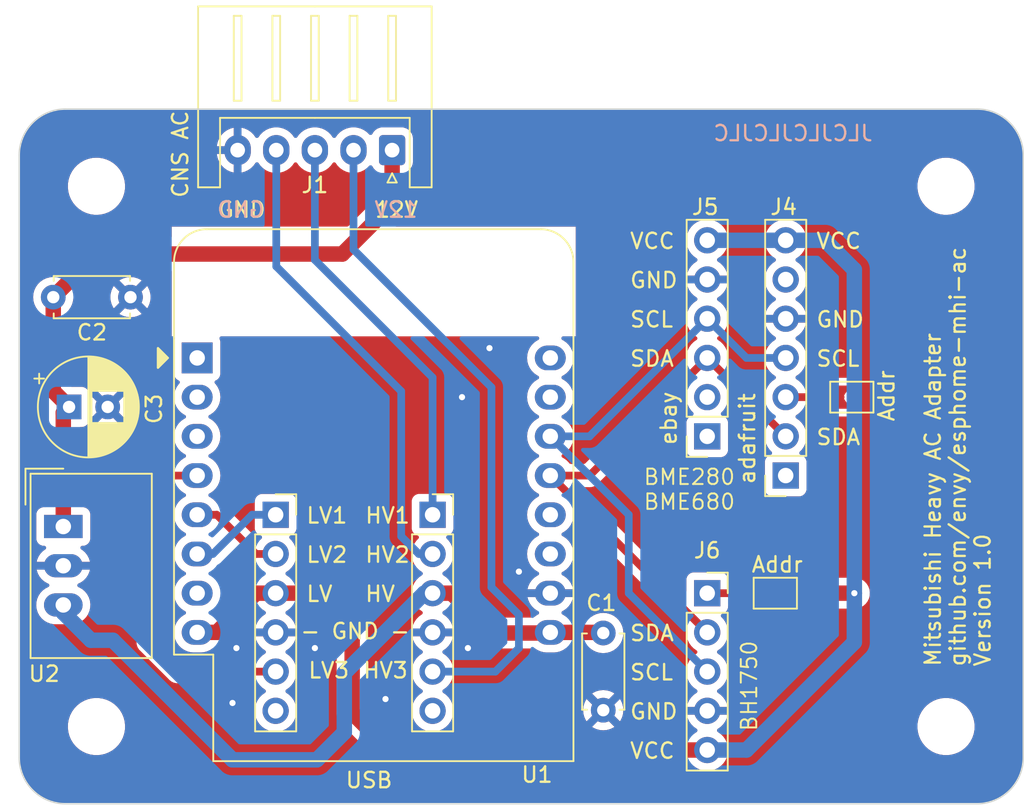
<source format=kicad_pcb>
(kicad_pcb (version 20221018) (generator pcbnew)
  (layers (0 "F.Cu" signal) (31 "B.Cu" signal) (34 "B.Paste" user) (35 "F.Paste" user) (36 "B.SilkS" user "B.Silkscreen") (37 "F.SilkS" user "F.Silkscreen") (38 "B.Mask" user) (39 "F.Mask" user) (44 "Edge.Cuts" user))
  (net 0 "")
  (net 1 "GND")
  (net 2 "+5V")
  (net 3 "+12V")
  (net 4 "HV2")
  (net 5 "HV1")
  (net 6 "HV3")
  (net 7 "LV1")
  (net 8 "LV2")
  (net 9 "+3.3V")
  (net 10 "LV3")
  (net 21 "SDA")
  (net 22 "SCL")
  (net 26 "Net-(J4-Pin_3)")
  (net 28 "Net-(J6-Pin_1)")
  (footprint "Capacitor_THT:CP_Radial_D6.3mm_P2.50mm" (layer "F.Cu") (at 88.225621 74.295)
    (fp_text reference "C3" (at 5.500379 0.127 90) (layer "F.SilkS"))
    (fp_text value "22µ/25V")
    (fp_line (start -2.250241 -1.839) (end -1.620241 -1.839) (stroke (width 0.12)) (layer "F.SilkS"))
    (fp_line (start -1.935241 -2.154) (end -1.935241 -1.524) (stroke (width 0.12)) (layer "F.SilkS"))
    (fp_line (start 1.25 -3.23) (end 1.25 3.23) (stroke (width 0.12)) (layer "F.SilkS"))
    (fp_line (start 1.29 -3.23) (end 1.29 3.23) (stroke (width 0.12)) (layer "F.SilkS"))
    (fp_line (start 1.33 -3.23) (end 1.33 3.23) (stroke (width 0.12)) (layer "F.SilkS"))
    (fp_line (start 1.37 -3.228) (end 1.37 3.228) (stroke (width 0.12)) (layer "F.SilkS"))
    (fp_line (start 1.41 -3.227) (end 1.41 3.227) (stroke (width 0.12)) (layer "F.SilkS"))
    (fp_line (start 1.45 -3.224) (end 1.45 3.224) (stroke (width 0.12)) (layer "F.SilkS"))
    (fp_line (start 1.49 -3.222) (end 1.49 -1.04) (stroke (width 0.12)) (layer "F.SilkS"))
    (fp_line (start 1.49 1.04) (end 1.49 3.222) (stroke (width 0.12)) (layer "F.SilkS"))
    (fp_line (start 1.53 -3.218) (end 1.53 -1.04) (stroke (width 0.12)) (layer "F.SilkS"))
    (fp_line (start 1.53 1.04) (end 1.53 3.218) (stroke (width 0.12)) (layer "F.SilkS"))
    (fp_line (start 1.57 -3.215) (end 1.57 -1.04) (stroke (width 0.12)) (layer "F.SilkS"))
    (fp_line (start 1.57 1.04) (end 1.57 3.215) (stroke (width 0.12)) (layer "F.SilkS"))
    (fp_line (start 1.61 -3.211) (end 1.61 -1.04) (stroke (width 0.12)) (layer "F.SilkS"))
    (fp_line (start 1.61 1.04) (end 1.61 3.211) (stroke (width 0.12)) (layer "F.SilkS"))
    (fp_line (start 1.65 -3.206) (end 1.65 -1.04) (stroke (width 0.12)) (layer "F.SilkS"))
    (fp_line (start 1.65 1.04) (end 1.65 3.206) (stroke (width 0.12)) (layer "F.SilkS"))
    (fp_line (start 1.69 -3.201) (end 1.69 -1.04) (stroke (width 0.12)) (layer "F.SilkS"))
    (fp_line (start 1.69 1.04) (end 1.69 3.201) (stroke (width 0.12)) (layer "F.SilkS"))
    (fp_line (start 1.73 -3.195) (end 1.73 -1.04) (stroke (width 0.12)) (layer "F.SilkS"))
    (fp_line (start 1.73 1.04) (end 1.73 3.195) (stroke (width 0.12)) (layer "F.SilkS"))
    (fp_line (start 1.77 -3.189) (end 1.77 -1.04) (stroke (width 0.12)) (layer "F.SilkS"))
    (fp_line (start 1.77 1.04) (end 1.77 3.189) (stroke (width 0.12)) (layer "F.SilkS"))
    (fp_line (start 1.81 -3.182) (end 1.81 -1.04) (stroke (width 0.12)) (layer "F.SilkS"))
    (fp_line (start 1.81 1.04) (end 1.81 3.182) (stroke (width 0.12)) (layer "F.SilkS"))
    (fp_line (start 1.85 -3.175) (end 1.85 -1.04) (stroke (width 0.12)) (layer "F.SilkS"))
    (fp_line (start 1.85 1.04) (end 1.85 3.175) (stroke (width 0.12)) (layer "F.SilkS"))
    (fp_line (start 1.89 -3.167) (end 1.89 -1.04) (stroke (width 0.12)) (layer "F.SilkS"))
    (fp_line (start 1.89 1.04) (end 1.89 3.167) (stroke (width 0.12)) (layer "F.SilkS"))
    (fp_line (start 1.93 -3.159) (end 1.93 -1.04) (stroke (width 0.12)) (layer "F.SilkS"))
    (fp_line (start 1.93 1.04) (end 1.93 3.159) (stroke (width 0.12)) (layer "F.SilkS"))
    (fp_line (start 1.971 -3.15) (end 1.971 -1.04) (stroke (width 0.12)) (layer "F.SilkS"))
    (fp_line (start 1.971 1.04) (end 1.971 3.15) (stroke (width 0.12)) (layer "F.SilkS"))
    (fp_line (start 2.011 -3.141) (end 2.011 -1.04) (stroke (width 0.12)) (layer "F.SilkS"))
    (fp_line (start 2.011 1.04) (end 2.011 3.141) (stroke (width 0.12)) (layer "F.SilkS"))
    (fp_line (start 2.051 -3.131) (end 2.051 -1.04) (stroke (width 0.12)) (layer "F.SilkS"))
    (fp_line (start 2.051 1.04) (end 2.051 3.131) (stroke (width 0.12)) (layer "F.SilkS"))
    (fp_line (start 2.091 -3.121) (end 2.091 -1.04) (stroke (width 0.12)) (layer "F.SilkS"))
    (fp_line (start 2.091 1.04) (end 2.091 3.121) (stroke (width 0.12)) (layer "F.SilkS"))
    (fp_line (start 2.131 -3.11) (end 2.131 -1.04) (stroke (width 0.12)) (layer "F.SilkS"))
    (fp_line (start 2.131 1.04) (end 2.131 3.11) (stroke (width 0.12)) (layer "F.SilkS"))
    (fp_line (start 2.171 -3.098) (end 2.171 -1.04) (stroke (width 0.12)) (layer "F.SilkS"))
    (fp_line (start 2.171 1.04) (end 2.171 3.098) (stroke (width 0.12)) (layer "F.SilkS"))
    (fp_line (start 2.211 -3.086) (end 2.211 -1.04) (stroke (width 0.12)) (layer "F.SilkS"))
    (fp_line (start 2.211 1.04) (end 2.211 3.086) (stroke (width 0.12)) (layer "F.SilkS"))
    (fp_line (start 2.251 -3.074) (end 2.251 -1.04) (stroke (width 0.12)) (layer "F.SilkS"))
    (fp_line (start 2.251 1.04) (end 2.251 3.074) (stroke (width 0.12)) (layer "F.SilkS"))
    (fp_line (start 2.291 -3.061) (end 2.291 -1.04) (stroke (width 0.12)) (layer "F.SilkS"))
    (fp_line (start 2.291 1.04) (end 2.291 3.061) (stroke (width 0.12)) (layer "F.SilkS"))
    (fp_line (start 2.331 -3.047) (end 2.331 -1.04) (stroke (width 0.12)) (layer "F.SilkS"))
    (fp_line (start 2.331 1.04) (end 2.331 3.047) (stroke (width 0.12)) (layer "F.SilkS"))
    (fp_line (start 2.371 -3.033) (end 2.371 -1.04) (stroke (width 0.12)) (layer "F.SilkS"))
    (fp_line (start 2.371 1.04) (end 2.371 3.033) (stroke (width 0.12)) (layer "F.SilkS"))
    (fp_line (start 2.411 -3.018) (end 2.411 -1.04) (stroke (width 0.12)) (layer "F.SilkS"))
    (fp_line (start 2.411 1.04) (end 2.411 3.018) (stroke (width 0.12)) (layer "F.SilkS"))
    (fp_line (start 2.451 -3.002) (end 2.451 -1.04) (stroke (width 0.12)) (layer "F.SilkS"))
    (fp_line (start 2.451 1.04) (end 2.451 3.002) (stroke (width 0.12)) (layer "F.SilkS"))
    (fp_line (start 2.491 -2.986) (end 2.491 -1.04) (stroke (width 0.12)) (layer "F.SilkS"))
    (fp_line (start 2.491 1.04) (end 2.491 2.986) (stroke (width 0.12)) (layer "F.SilkS"))
    (fp_line (start 2.531 -2.97) (end 2.531 -1.04) (stroke (width 0.12)) (layer "F.SilkS"))
    (fp_line (start 2.531 1.04) (end 2.531 2.97) (stroke (width 0.12)) (layer "F.SilkS"))
    (fp_line (start 2.571 -2.952) (end 2.571 -1.04) (stroke (width 0.12)) (layer "F.SilkS"))
    (fp_line (start 2.571 1.04) (end 2.571 2.952) (stroke (width 0.12)) (layer "F.SilkS"))
    (fp_line (start 2.611 -2.934) (end 2.611 -1.04) (stroke (width 0.12)) (layer "F.SilkS"))
    (fp_line (start 2.611 1.04) (end 2.611 2.934) (stroke (width 0.12)) (layer "F.SilkS"))
    (fp_line (start 2.651 -2.916) (end 2.651 -1.04) (stroke (width 0.12)) (layer "F.SilkS"))
    (fp_line (start 2.651 1.04) (end 2.651 2.916) (stroke (width 0.12)) (layer "F.SilkS"))
    (fp_line (start 2.691 -2.896) (end 2.691 -1.04) (stroke (width 0.12)) (layer "F.SilkS"))
    (fp_line (start 2.691 1.04) (end 2.691 2.896) (stroke (width 0.12)) (layer "F.SilkS"))
    (fp_line (start 2.731 -2.876) (end 2.731 -1.04) (stroke (width 0.12)) (layer "F.SilkS"))
    (fp_line (start 2.731 1.04) (end 2.731 2.876) (stroke (width 0.12)) (layer "F.SilkS"))
    (fp_line (start 2.771 -2.856) (end 2.771 -1.04) (stroke (width 0.12)) (layer "F.SilkS"))
    (fp_line (start 2.771 1.04) (end 2.771 2.856) (stroke (width 0.12)) (layer "F.SilkS"))
    (fp_line (start 2.811 -2.834) (end 2.811 -1.04) (stroke (width 0.12)) (layer "F.SilkS"))
    (fp_line (start 2.811 1.04) (end 2.811 2.834) (stroke (width 0.12)) (layer "F.SilkS"))
    (fp_line (start 2.851 -2.812) (end 2.851 -1.04) (stroke (width 0.12)) (layer "F.SilkS"))
    (fp_line (start 2.851 1.04) (end 2.851 2.812) (stroke (width 0.12)) (layer "F.SilkS"))
    (fp_line (start 2.891 -2.79) (end 2.891 -1.04) (stroke (width 0.12)) (layer "F.SilkS"))
    (fp_line (start 2.891 1.04) (end 2.891 2.79) (stroke (width 0.12)) (layer "F.SilkS"))
    (fp_line (start 2.931 -2.766) (end 2.931 -1.04) (stroke (width 0.12)) (layer "F.SilkS"))
    (fp_line (start 2.931 1.04) (end 2.931 2.766) (stroke (width 0.12)) (layer "F.SilkS"))
    (fp_line (start 2.971 -2.742) (end 2.971 -1.04) (stroke (width 0.12)) (layer "F.SilkS"))
    (fp_line (start 2.971 1.04) (end 2.971 2.742) (stroke (width 0.12)) (layer "F.SilkS"))
    (fp_line (start 3.011 -2.716) (end 3.011 -1.04) (stroke (width 0.12)) (layer "F.SilkS"))
    (fp_line (start 3.011 1.04) (end 3.011 2.716) (stroke (width 0.12)) (layer "F.SilkS"))
    (fp_line (start 3.051 -2.69) (end 3.051 -1.04) (stroke (width 0.12)) (layer "F.SilkS"))
    (fp_line (start 3.051 1.04) (end 3.051 2.69) (stroke (width 0.12)) (layer "F.SilkS"))
    (fp_line (start 3.091 -2.664) (end 3.091 -1.04) (stroke (width 0.12)) (layer "F.SilkS"))
    (fp_line (start 3.091 1.04) (end 3.091 2.664) (stroke (width 0.12)) (layer "F.SilkS"))
    (fp_line (start 3.131 -2.636) (end 3.131 -1.04) (stroke (width 0.12)) (layer "F.SilkS"))
    (fp_line (start 3.131 1.04) (end 3.131 2.636) (stroke (width 0.12)) (layer "F.SilkS"))
    (fp_line (start 3.171 -2.607) (end 3.171 -1.04) (stroke (width 0.12)) (layer "F.SilkS"))
    (fp_line (start 3.171 1.04) (end 3.171 2.607) (stroke (width 0.12)) (layer "F.SilkS"))
    (fp_line (start 3.211 -2.578) (end 3.211 -1.04) (stroke (width 0.12)) (layer "F.SilkS"))
    (fp_line (start 3.211 1.04) (end 3.211 2.578) (stroke (width 0.12)) (layer "F.SilkS"))
    (fp_line (start 3.251 -2.548) (end 3.251 -1.04) (stroke (width 0.12)) (layer "F.SilkS"))
    (fp_line (start 3.251 1.04) (end 3.251 2.548) (stroke (width 0.12)) (layer "F.SilkS"))
    (fp_line (start 3.291 -2.516) (end 3.291 -1.04) (stroke (width 0.12)) (layer "F.SilkS"))
    (fp_line (start 3.291 1.04) (end 3.291 2.516) (stroke (width 0.12)) (layer "F.SilkS"))
    (fp_line (start 3.331 -2.484) (end 3.331 -1.04) (stroke (width 0.12)) (layer "F.SilkS"))
    (fp_line (start 3.331 1.04) (end 3.331 2.484) (stroke (width 0.12)) (layer "F.SilkS"))
    (fp_line (start 3.371 -2.45) (end 3.371 -1.04) (stroke (width 0.12)) (layer "F.SilkS"))
    (fp_line (start 3.371 1.04) (end 3.371 2.45) (stroke (width 0.12)) (layer "F.SilkS"))
    (fp_line (start 3.411 -2.416) (end 3.411 -1.04) (stroke (width 0.12)) (layer "F.SilkS"))
    (fp_line (start 3.411 1.04) (end 3.411 2.416) (stroke (width 0.12)) (layer "F.SilkS"))
    (fp_line (start 3.451 -2.38) (end 3.451 -1.04) (stroke (width 0.12)) (layer "F.SilkS"))
    (fp_line (start 3.451 1.04) (end 3.451 2.38) (stroke (width 0.12)) (layer "F.SilkS"))
    (fp_line (start 3.491 -2.343) (end 3.491 -1.04) (stroke (width 0.12)) (layer "F.SilkS"))
    (fp_line (start 3.491 1.04) (end 3.491 2.343) (stroke (width 0.12)) (layer "F.SilkS"))
    (fp_line (start 3.531 -2.305) (end 3.531 -1.04) (stroke (width 0.12)) (layer "F.SilkS"))
    (fp_line (start 3.531 1.04) (end 3.531 2.305) (stroke (width 0.12)) (layer "F.SilkS"))
    (fp_line (start 3.571 -2.265) (end 3.571 2.265) (stroke (width 0.12)) (layer "F.SilkS"))
    (fp_line (start 3.611 -2.224) (end 3.611 2.224) (stroke (width 0.12)) (layer "F.SilkS"))
    (fp_line (start 3.651 -2.182) (end 3.651 2.182) (stroke (width 0.12)) (layer "F.SilkS"))
    (fp_line (start 3.691 -2.137) (end 3.691 2.137) (stroke (width 0.12)) (layer "F.SilkS"))
    (fp_line (start 3.731 -2.092) (end 3.731 2.092) (stroke (width 0.12)) (layer "F.SilkS"))
    (fp_line (start 3.771 -2.044) (end 3.771 2.044) (stroke (width 0.12)) (layer "F.SilkS"))
    (fp_line (start 3.811 -1.995) (end 3.811 1.995) (stroke (width 0.12)) (layer "F.SilkS"))
    (fp_line (start 3.851 -1.944) (end 3.851 1.944) (stroke (width 0.12)) (layer "F.SilkS"))
    (fp_line (start 3.891 -1.89) (end 3.891 1.89) (stroke (width 0.12)) (layer "F.SilkS"))
    (fp_line (start 3.931 -1.834) (end 3.931 1.834) (stroke (width 0.12)) (layer "F.SilkS"))
    (fp_line (start 3.971 -1.776) (end 3.971 1.776) (stroke (width 0.12)) (layer "F.SilkS"))
    (fp_line (start 4.011 -1.714) (end 4.011 1.714) (stroke (width 0.12)) (layer "F.SilkS"))
    (fp_line (start 4.051 -1.65) (end 4.051 1.65) (stroke (width 0.12)) (layer "F.SilkS"))
    (fp_line (start 4.091 -1.581) (end 4.091 1.581) (stroke (width 0.12)) (layer "F.SilkS"))
    (fp_line (start 4.131 -1.509) (end 4.131 1.509) (stroke (width 0.12)) (layer "F.SilkS"))
    (fp_line (start 4.171 -1.432) (end 4.171 1.432) (stroke (width 0.12)) (layer "F.SilkS"))
    (fp_line (start 4.211 -1.35) (end 4.211 1.35) (stroke (width 0.12)) (layer "F.SilkS"))
    (fp_line (start 4.251 -1.262) (end 4.251 1.262) (stroke (width 0.12)) (layer "F.SilkS"))
    (fp_line (start 4.291 -1.165) (end 4.291 1.165) (stroke (width 0.12)) (layer "F.SilkS"))
    (fp_line (start 4.331 -1.059) (end 4.331 1.059) (stroke (width 0.12)) (layer "F.SilkS"))
    (fp_line (start 4.371 -0.94) (end 4.371 0.94) (stroke (width 0.12)) (layer "F.SilkS"))
    (fp_line (start 4.411 -0.802) (end 4.411 0.802) (stroke (width 0.12)) (layer "F.SilkS"))
    (fp_line (start 4.451 -0.633) (end 4.451 0.633) (stroke (width 0.12)) (layer "F.SilkS"))
    (fp_line (start 4.491 -0.402) (end 4.491 0.402) (stroke (width 0.12)) (layer "F.SilkS"))
    (fp_circle (center 1.25 0) (end 4.52 0) (stroke (width 0.12)) (fill none) (layer "F.SilkS"))
    (pad "1" thru_hole rect (at 0 0) (size 1.6 1.6) (drill 0.8) (layers "*.Cu" "*.Mask") (net 3 "+12V"))
    (pad "2" thru_hole circle (at 2.5 0) (size 1.6 1.6) (drill 0.8) (layers "*.Cu" "*.Mask") (net 1 "GND"))
  )
  (footprint "Connector_PinSocket_2.54mm:PinSocket_1x06_P2.54mm_Vertical" (layer "F.Cu") (at 111.76 81.28)
    (fp_text reference "J2" hide)
    (fp_text value "LS-HV")
    (fp_line (start -1.33 1.27) (end -1.33 14.03) (stroke (width 0.12)) (layer "F.SilkS"))
    (fp_line (start -1.33 1.27) (end 1.33 1.27) (stroke (width 0.12)) (layer "F.SilkS"))
    (fp_line (start -1.33 14.03) (end 1.33 14.03) (stroke (width 0.12)) (layer "F.SilkS"))
    (fp_line (start 0 -1.33) (end 1.33 -1.33) (stroke (width 0.12)) (layer "F.SilkS"))
    (fp_line (start 1.33 -1.33) (end 1.33 0) (stroke (width 0.12)) (layer "F.SilkS"))
    (fp_line (start 1.33 1.27) (end 1.33 14.03) (stroke (width 0.12)) (layer "F.SilkS"))
    (pad "1" thru_hole rect locked (at 0 0) (size 1.7 1.7) (drill 1) (layers "*.Cu" "*.Mask") (net 5 "HV1"))
    (pad "2" thru_hole oval locked (at 0 2.54) (size 1.7 1.7) (drill 1) (layers "*.Cu" "*.Mask") (net 4 "HV2"))
    (pad "3" thru_hole oval locked (at 0 5.08) (size 1.7 1.7) (drill 1) (layers "*.Cu" "*.Mask") (net 2 "+5V"))
    (pad "4" thru_hole oval locked (at 0 7.62) (size 1.7 1.7) (drill 1) (layers "*.Cu" "*.Mask") (net 1 "GND"))
    (pad "5" thru_hole oval locked (at 0 10.16) (size 1.7 1.7) (drill 1) (layers "*.Cu" "*.Mask") (net 6 "HV3"))
    (pad "6" thru_hole oval locked (at 0 12.7) (size 1.7 1.7) (drill 1) (layers "*.Cu" "*.Mask"))
  )
  (footprint "Connector_PinSocket_2.54mm:PinSocket_1x07_P2.54mm_Vertical" (layer "F.Cu") (at 134.62 78.74 180)
    (fp_text reference "J4" (at 0.127 17.399) (layer "F.SilkS"))
    (fp_text value "ADA BMEx80")
    (fp_line (start -1.33 1.27) (end -1.33 16.57) (stroke (width 0.12)) (layer "F.SilkS"))
    (fp_line (start -1.33 1.27) (end 1.33 1.27) (stroke (width 0.12)) (layer "F.SilkS"))
    (fp_line (start -1.33 16.57) (end 1.33 16.57) (stroke (width 0.12)) (layer "F.SilkS"))
    (fp_line (start 0 -1.33) (end 1.33 -1.33) (stroke (width 0.12)) (layer "F.SilkS"))
    (fp_line (start 1.33 -1.33) (end 1.33 0) (stroke (width 0.12)) (layer "F.SilkS"))
    (fp_line (start 1.33 1.27) (end 1.33 16.57) (stroke (width 0.12)) (layer "F.SilkS"))
    (pad "1" thru_hole rect (at 0 0 180) (size 1.7 1.7) (drill 1) (layers "*.Cu" "*.Mask"))
    (pad "2" thru_hole oval (at 0 2.54 180) (size 1.7 1.7) (drill 1) (layers "*.Cu" "*.Mask") (net 21 "SDA"))
    (pad "3" thru_hole oval (at 0 5.08 180) (size 1.7 1.7) (drill 1) (layers "*.Cu" "*.Mask") (net 26 "Net-(J4-Pin_3)"))
    (pad "4" thru_hole oval (at 0 7.62 180) (size 1.7 1.7) (drill 1) (layers "*.Cu" "*.Mask") (net 22 "SCL"))
    (pad "5" thru_hole oval (at 0 10.16 180) (size 1.7 1.7) (drill 1) (layers "*.Cu" "*.Mask") (net 1 "GND"))
    (pad "6" thru_hole oval (at 0 12.7 180) (size 1.7 1.7) (drill 1) (layers "*.Cu" "*.Mask"))
    (pad "7" thru_hole oval (at 0 15.24 180) (size 1.7 1.7) (drill 1) (layers "*.Cu" "*.Mask") (net 9 "+3.3V"))
  )
  (footprint "MountingHole:MountingHole_3.2mm_M3" (layer "F.Cu") (at 145 60)
    (fp_text reference "H1" hide)
    (fp_text value "MountingHole" hide)
    (pad "" np_thru_hole circle (at 0 0) (size 3.2 3.2) (drill 3.2) (layers "*.Cu" "*.Mask"))
  )
  (footprint "Jumper:SolderJumper-2_P1.3mm_Open_TrianglePad1.0x1.5mm" (layer "F.Cu") (at 138.901 73.66 180)
    (fp_text reference "JP1" hide)
    (fp_text value "BME680 ADDR")
    (fp_line (start -1.4 -1) (end 1.4 -1) (stroke (width 0.12)) (layer "F.SilkS"))
    (fp_line (start -1.4 1) (end -1.4 -1) (stroke (width 0.12)) (layer "F.SilkS"))
    (fp_line (start 1.4 -1) (end 1.4 1) (stroke (width 0.12)) (layer "F.SilkS"))
    (fp_line (start 1.4 1) (end -1.4 1) (stroke (width 0.12)) (layer "F.SilkS"))
    (pad "1" smd custom (at -0.725 0 180) (size 0.3 0.3) (layers "F.Cu" "F.Mask") (net 1 "GND") (options (clearance outline) (anchor rect)) (primitives (gr_poly (pts (xy 1 0) (xy 0.5 0.75) (xy -0.5 0.75) (xy -0.5 -0.75) (xy 0.5 -0.75)) (width 0) (fill yes))))
    (pad "2" smd custom (at 0.725 0 180) (size 0.3 0.3) (layers "F.Cu" "F.Mask") (net 26 "Net-(J4-Pin_3)") (options (clearance outline) (anchor rect)) (primitives (gr_poly (pts (xy 0.5 0.75) (xy -0.65 0.75) (xy -0.15 0) (xy -0.65 -0.75) (xy 0.5 -0.75)) (width 0) (fill yes))))
  )
  (footprint "MountingHole:MountingHole_3.2mm_M3" (layer "F.Cu") (at 145 95)
    (fp_text reference "H2" hide)
    (fp_text value "MountingHole" hide)
    (pad "" np_thru_hole circle (at 0 0) (size 3.2 3.2) (drill 3.2) (layers "*.Cu" "*.Mask"))
  )
  (footprint "Connector_PinSocket_2.54mm:PinSocket_1x06_P2.54mm_Vertical" (layer "F.Cu") (at 101.6 81.28)
    (fp_text reference "J3" hide)
    (fp_text value "LS-LV")
    (fp_line (start -1.33 1.27) (end -1.33 14.03) (stroke (width 0.12)) (layer "F.SilkS"))
    (fp_line (start -1.33 1.27) (end 1.33 1.27) (stroke (width 0.12)) (layer "F.SilkS"))
    (fp_line (start -1.33 14.03) (end 1.33 14.03) (stroke (width 0.12)) (layer "F.SilkS"))
    (fp_line (start 0 -1.33) (end 1.33 -1.33) (stroke (width 0.12)) (layer "F.SilkS"))
    (fp_line (start 1.33 -1.33) (end 1.33 0) (stroke (width 0.12)) (layer "F.SilkS"))
    (fp_line (start 1.33 1.27) (end 1.33 14.03) (stroke (width 0.12)) (layer "F.SilkS"))
    (pad "1" thru_hole rect locked (at 0 0) (size 1.7 1.7) (drill 1) (layers "*.Cu" "*.Mask") (net 7 "LV1"))
    (pad "2" thru_hole oval locked (at 0 2.54) (size 1.7 1.7) (drill 1) (layers "*.Cu" "*.Mask") (net 8 "LV2"))
    (pad "3" thru_hole oval locked (at 0 5.08) (size 1.7 1.7) (drill 1) (layers "*.Cu" "*.Mask") (net 9 "+3.3V"))
    (pad "4" thru_hole oval locked (at 0 7.62) (size 1.7 1.7) (drill 1) (layers "*.Cu" "*.Mask") (net 1 "GND"))
    (pad "5" thru_hole oval locked (at 0 10.16) (size 1.7 1.7) (drill 1) (layers "*.Cu" "*.Mask") (net 10 "LV3"))
    (pad "6" thru_hole oval locked (at 0 12.7) (size 1.7 1.7) (drill 1) (layers "*.Cu" "*.Mask"))
  )
  (footprint "Capacitor_THT:C_Disc_D4.7mm_W2.5mm_P5.00mm" (layer "F.Cu") (at 87.202 67.183)
    (fp_text reference "C2" (at 2.5 2.286) (layer "F.SilkS"))
    (fp_text value "100n")
    (fp_line (start 0.03 -1.37) (end 0.03 -1.055) (stroke (width 0.12)) (layer "F.SilkS"))
    (fp_line (start 0.03 -1.37) (end 4.97 -1.37) (stroke (width 0.12)) (layer "F.SilkS"))
    (fp_line (start 0.03 1.055) (end 0.03 1.37) (stroke (width 0.12)) (layer "F.SilkS"))
    (fp_line (start 0.03 1.37) (end 4.97 1.37) (stroke (width 0.12)) (layer "F.SilkS"))
    (fp_line (start 4.97 -1.37) (end 4.97 -1.055) (stroke (width 0.12)) (layer "F.SilkS"))
    (fp_line (start 4.97 1.055) (end 4.97 1.37) (stroke (width 0.12)) (layer "F.SilkS"))
    (pad "1" thru_hole circle (at 0 0) (size 1.6 1.6) (drill 0.8) (layers "*.Cu" "*.Mask") (net 3 "+12V"))
    (pad "2" thru_hole circle (at 5 0) (size 1.6 1.6) (drill 0.8) (layers "*.Cu" "*.Mask") (net 1 "GND"))
  )
  (footprint "Capacitor_THT:C_Disc_D4.7mm_W2.5mm_P5.00mm" (layer "F.Cu") (at 122.809 93.94 90)
    (fp_text reference "C1" (at 6.945 -0.127 180) (layer "F.SilkS"))
    (fp_text value "100n")
    (fp_line (start 0.03 -1.37) (end 0.03 -1.055) (stroke (width 0.12)) (layer "F.SilkS"))
    (fp_line (start 0.03 -1.37) (end 4.97 -1.37) (stroke (width 0.12)) (layer "F.SilkS"))
    (fp_line (start 0.03 1.055) (end 0.03 1.37) (stroke (width 0.12)) (layer "F.SilkS"))
    (fp_line (start 0.03 1.37) (end 4.97 1.37) (stroke (width 0.12)) (layer "F.SilkS"))
    (fp_line (start 4.97 -1.37) (end 4.97 -1.055) (stroke (width 0.12)) (layer "F.SilkS"))
    (fp_line (start 4.97 1.055) (end 4.97 1.37) (stroke (width 0.12)) (layer "F.SilkS"))
    (pad "1" thru_hole circle (at 0 0 90) (size 1.6 1.6) (drill 0.8) (layers "*.Cu" "*.Mask") (net 1 "GND"))
    (pad "2" thru_hole circle (at 5 0 90) (size 1.6 1.6) (drill 0.8) (layers "*.Cu" "*.Mask") (net 2 "+5V"))
  )
  (footprint "Module:WEMOS_D1_mini_light" (layer "F.Cu") (at 96.52 71.12)
    (fp_text reference "U1" (at 22 27) (layer "F.SilkS"))
    (fp_text value "WeMos_D1_mini")
    (fp_line (start -1.5 19.22) (end -1.5 -6.21) (stroke (width 0.12)) (layer "F.SilkS"))
    (fp_line (start -1.5 19.22) (end 1.04 19.22) (stroke (width 0.12)) (layer "F.SilkS"))
    (fp_line (start 1.04 19.22) (end 1.04 26.12) (stroke (width 0.12)) (layer "F.SilkS"))
    (fp_line (start 1.04 26.12) (end 24.36 26.12) (stroke (width 0.12)) (layer "F.SilkS"))
    (fp_line (start 22.24 -8.34) (end 0.63 -8.34) (stroke (width 0.12)) (layer "F.SilkS"))
    (fp_line (start 24.36 26.12) (end 24.36 -6.21) (stroke (width 0.12)) (layer "F.SilkS"))
    (fp_arc (start -1.5 -6.21) (mid -0.876137 -7.716137) (end 0.63 -8.34) (stroke (width 0.12)) (layer "F.SilkS"))
    (fp_arc (start 22.23 -8.34) (mid 23.736137 -7.716137) (end 24.36 -6.21) (stroke (width 0.12)) (layer "F.SilkS"))
    (fp_poly (pts (xy -2.54 -0.635) (xy -2.54 0.635) (xy -1.905 0)) (stroke (width 0.15)) (fill solid) (layer "F.SilkS"))
    (pad "1" thru_hole rect (at 0 0) (size 2 2) (drill 1) (layers "*.Cu" "*.Mask"))
    (pad "2" thru_hole oval (at 0 2.54) (size 2 1.6) (drill 1) (layers "*.Cu" "*.Mask"))
    (pad "3" thru_hole oval (at 0 5.08) (size 2 1.6) (drill 1) (layers "*.Cu" "*.Mask"))
    (pad "4" thru_hole oval (at 0 7.62) (size 2 1.6) (drill 1) (layers "*.Cu" "*.Mask") (net 10 "LV3"))
    (pad "5" thru_hole oval (at 0 10.16) (size 2 1.6) (drill 1) (layers "*.Cu" "*.Mask") (net 8 "LV2"))
    (pad "6" thru_hole oval (at 0 12.7) (size 2 1.6) (drill 1) (layers "*.Cu" "*.Mask") (net 7 "LV1"))
    (pad "7" thru_hole oval (at 0 15.24) (size 2 1.6) (drill 1) (layers "*.Cu" "*.Mask"))
    (pad "8" thru_hole oval (at 0 17.78) (size 2 1.6) (drill 1) (layers "*.Cu" "*.Mask") (net 9 "+3.3V"))
    (pad "9" thru_hole oval (at 22.86 17.78) (size 2 1.6) (drill 1) (layers "*.Cu" "*.Mask") (net 2 "+5V"))
    (pad "10" thru_hole oval (at 22.86 15.24) (size 2 1.6) (drill 1) (layers "*.Cu" "*.Mask") (net 1 "GND"))
    (pad "11" thru_hole oval (at 22.86 12.7) (size 2 1.6) (drill 1) (layers "*.Cu" "*.Mask"))
    (pad "12" thru_hole oval (at 22.86 10.16) (size 2 1.6) (drill 1) (layers "*.Cu" "*.Mask"))
    (pad "13" thru_hole oval (at 22.86 7.62) (size 2 1.6) (drill 1) (layers "*.Cu" "*.Mask") (net 21 "SDA"))
    (pad "14" thru_hole oval (at 22.86 5.08) (size 2 1.6) (drill 1) (layers "*.Cu" "*.Mask") (net 22 "SCL"))
    (pad "15" thru_hole oval (at 22.86 2.54) (size 2 1.6) (drill 1) (layers "*.Cu" "*.Mask"))
    (pad "16" thru_hole oval (at 22.86 0) (size 2 1.6) (drill 1) (layers "*.Cu" "*.Mask"))
  )
  (footprint "Connector_PinSocket_2.54mm:PinSocket_1x05_P2.54mm_Vertical" (layer "F.Cu") (at 129.54 86.36)
    (fp_text reference "J6" (at 0 -2.77) (layer "F.SilkS"))
    (fp_text value "BH1750")
    (fp_line (start -1.33 1.27) (end -1.33 11.49) (stroke (width 0.12)) (layer "F.SilkS"))
    (fp_line (start -1.33 1.27) (end 1.33 1.27) (stroke (width 0.12)) (layer "F.SilkS"))
    (fp_line (start -1.33 11.49) (end 1.33 11.49) (stroke (width 0.12)) (layer "F.SilkS"))
    (fp_line (start 0 -1.33) (end 1.33 -1.33) (stroke (width 0.12)) (layer "F.SilkS"))
    (fp_line (start 1.33 -1.33) (end 1.33 0) (stroke (width 0.12)) (layer "F.SilkS"))
    (fp_line (start 1.33 1.27) (end 1.33 11.49) (stroke (width 0.12)) (layer "F.SilkS"))
    (pad "1" thru_hole rect (at 0 0) (size 1.7 1.7) (drill 1) (layers "*.Cu" "*.Mask") (net 28 "Net-(J6-Pin_1)"))
    (pad "2" thru_hole oval (at 0 2.54) (size 1.7 1.7) (drill 1) (layers "*.Cu" "*.Mask") (net 21 "SDA"))
    (pad "3" thru_hole oval (at 0 5.08) (size 1.7 1.7) (drill 1) (layers "*.Cu" "*.Mask") (net 22 "SCL"))
    (pad "4" thru_hole oval (at 0 7.62) (size 1.7 1.7) (drill 1) (layers "*.Cu" "*.Mask") (net 1 "GND"))
    (pad "5" thru_hole oval (at 0 10.16) (size 1.7 1.7) (drill 1) (layers "*.Cu" "*.Mask") (net 9 "+3.3V"))
  )
  (footprint "MountingHole:MountingHole_3.2mm_M3" (layer "F.Cu") (at 90 60)
    (fp_text reference "H3" hide)
    (fp_text value "MountingHole" hide)
    (pad "" np_thru_hole circle (at 0 0) (size 3.2 3.2) (drill 3.2) (layers "*.Cu" "*.Mask"))
  )
  (footprint "Connector_PinSocket_2.54mm:PinSocket_1x06_P2.54mm_Vertical" (layer "F.Cu") (at 129.54 76.2 180)
    (fp_text reference "J5" (at 0.127 14.859) (layer "F.SilkS"))
    (fp_text value "BMEx80")
    (fp_line (start -1.33 1.27) (end -1.33 14.03) (stroke (width 0.12)) (layer "F.SilkS"))
    (fp_line (start -1.33 1.27) (end 1.33 1.27) (stroke (width 0.12)) (layer "F.SilkS"))
    (fp_line (start -1.33 14.03) (end 1.33 14.03) (stroke (width 0.12)) (layer "F.SilkS"))
    (fp_line (start 0 -1.33) (end 1.33 -1.33) (stroke (width 0.12)) (layer "F.SilkS"))
    (fp_line (start 1.33 -1.33) (end 1.33 0) (stroke (width 0.12)) (layer "F.SilkS"))
    (fp_line (start 1.33 1.27) (end 1.33 14.03) (stroke (width 0.12)) (layer "F.SilkS"))
    (pad "1" thru_hole rect (at 0 0 180) (size 1.7 1.7) (drill 1) (layers "*.Cu" "*.Mask"))
    (pad "2" thru_hole oval (at 0 2.54 180) (size 1.7 1.7) (drill 1) (layers "*.Cu" "*.Mask"))
    (pad "3" thru_hole oval (at 0 5.08 180) (size 1.7 1.7) (drill 1) (layers "*.Cu" "*.Mask") (net 21 "SDA"))
    (pad "4" thru_hole oval (at 0 7.62 180) (size 1.7 1.7) (drill 1) (layers "*.Cu" "*.Mask") (net 22 "SCL"))
    (pad "5" thru_hole oval (at 0 10.16 180) (size 1.7 1.7) (drill 1) (layers "*.Cu" "*.Mask") (net 1 "GND"))
    (pad "6" thru_hole oval (at 0 12.7 180) (size 1.7 1.7) (drill 1) (layers "*.Cu" "*.Mask") (net 9 "+3.3V"))
  )
  (footprint "Converter_DCDC:Converter_DCDC_TRACO_TSR-1_THT" (layer "F.Cu") (at 87.8525 82.042 -90)
    (fp_text reference "U2" (at 9.5445 1.2385 -180) (layer "F.SilkS"))
    (fp_text value "TSR_1-2450")
    (fp_line (start -3.75 0) (end -3.75 2.45) (stroke (width 0.12)) (layer "F.SilkS"))
    (fp_line (start -3.75 2.45) (end -1.42 2.45) (stroke (width 0.12)) (layer "F.SilkS"))
    (fp_line (start -3.42 -5.73) (end 8.52 -5.73) (stroke (width 0.12)) (layer "F.SilkS"))
    (fp_line (start -3.42 2.12) (end -3.42 -5.73) (stroke (width 0.12)) (layer "F.SilkS"))
    (fp_line (start 8.52 -5.73) (end 8.52 2.12) (stroke (width 0.12)) (layer "F.SilkS"))
    (fp_line (start 8.52 2.12) (end -3.42 2.12) (stroke (width 0.12)) (layer "F.SilkS"))
    (pad "1" thru_hole rect (at 0 0 270) (size 1.5 2.5) (drill 1) (layers "*.Cu" "*.Mask") (net 3 "+12V"))
    (pad "2" thru_hole oval (at 2.54 0 270) (size 1.5 2.5) (drill 1) (layers "*.Cu" "*.Mask") (net 1 "GND"))
    (pad "3" thru_hole oval (at 5.08 0 270) (size 1.5 2.5) (drill 1) (layers "*.Cu" "*.Mask") (net 2 "+5V"))
  )
  (footprint "MountingHole:MountingHole_3.2mm_M3" (layer "F.Cu") (at 90 95)
    (fp_text reference "H4" hide)
    (fp_text value "MountingHole" hide)
    (pad "" np_thru_hole circle (at 0 0) (size 3.2 3.2) (drill 3.2) (layers "*.Cu" "*.Mask"))
  )
  (footprint "Jumper:SolderJumper-2_P1.3mm_Open_TrianglePad1.0x1.5mm" (layer "F.Cu") (at 133.948 86.36 180)
    (fp_text reference "JP2" hide)
    (fp_text value "BH1750 ADDR")
    (fp_line (start -1.4 -1) (end 1.4 -1) (stroke (width 0.12)) (layer "F.SilkS"))
    (fp_line (start -1.4 1) (end -1.4 -1) (stroke (width 0.12)) (layer "F.SilkS"))
    (fp_line (start 1.4 -1) (end 1.4 1) (stroke (width 0.12)) (layer "F.SilkS"))
    (fp_line (start 1.4 1) (end -1.4 1) (stroke (width 0.12)) (layer "F.SilkS"))
    (pad "1" smd custom (at -0.725 0 180) (size 0.3 0.3) (layers "F.Cu" "F.Mask") (net 9 "+3.3V") (options (clearance outline) (anchor rect)) (primitives (gr_poly (pts (xy 1 0) (xy 0.5 0.75) (xy -0.5 0.75) (xy -0.5 -0.75) (xy 0.5 -0.75)) (width 0) (fill yes))))
    (pad "2" smd custom (at 0.725 0 180) (size 0.3 0.3) (layers "F.Cu" "F.Mask") (net 28 "Net-(J6-Pin_1)") (options (clearance outline) (anchor rect)) (primitives (gr_poly (pts (xy 0.5 0.75) (xy -0.65 0.75) (xy -0.15 0) (xy -0.65 -0.75) (xy 0.5 -0.75)) (width 0) (fill yes))))
  )
  (footprint "Connector_JST:JST_XH_S5B-XH-A_1x05_P2.50mm_Horizontal" (layer "F.Cu") (at 109.14 57.658 180)
    (fp_text reference "J1" (at 5 -2.265 180) (layer "F.SilkS"))
    (fp_text value "CNS AC")
    (fp_line (start -2.56 -2.41) (end -1.14 -2.41) (stroke (width 0.12)) (layer "F.SilkS"))
    (fp_line (start -2.56 9.31) (end -2.56 -2.41) (stroke (width 0.12)) (layer "F.SilkS"))
    (fp_line (start -1.14 -2.41) (end -1.14 2.09) (stroke (width 0.12)) (layer "F.SilkS"))
    (fp_line (start -1.14 2.09) (end 5 2.09) (stroke (width 0.12)) (layer "F.SilkS"))
    (fp_line (start -0.3 -2.1) (end 0.3 -2.1) (stroke (width 0.12)) (layer "F.SilkS"))
    (fp_line (start -0.25 3.2) (end -0.25 8.7) (stroke (width 0.12)) (layer "F.SilkS"))
    (fp_line (start -0.25 8.7) (end 0.25 8.7) (stroke (width 0.12)) (layer "F.SilkS"))
    (fp_line (start 0 -1.5) (end -0.3 -2.1) (stroke (width 0.12)) (layer "F.SilkS"))
    (fp_line (start 0.25 3.2) (end -0.25 3.2) (stroke (width 0.12)) (layer "F.SilkS"))
    (fp_line (start 0.25 8.7) (end 0.25 3.2) (stroke (width 0.12)) (layer "F.SilkS"))
    (fp_line (start 0.3 -2.1) (end 0 -1.5) (stroke (width 0.12)) (layer "F.SilkS"))
    (fp_line (start 2.25 3.2) (end 2.25 8.7) (stroke (width 0.12)) (layer "F.SilkS"))
    (fp_line (start 2.25 8.7) (end 2.75 8.7) (stroke (width 0.12)) (layer "F.SilkS"))
    (fp_line (start 2.75 3.2) (end 2.25 3.2) (stroke (width 0.12)) (layer "F.SilkS"))
    (fp_line (start 2.75 8.7) (end 2.75 3.2) (stroke (width 0.12)) (layer "F.SilkS"))
    (fp_line (start 4.75 3.2) (end 4.75 8.7) (stroke (width 0.12)) (layer "F.SilkS"))
    (fp_line (start 4.75 8.7) (end 5.25 8.7) (stroke (width 0.12)) (layer "F.SilkS"))
    (fp_line (start 5 9.31) (end -2.56 9.31) (stroke (width 0.12)) (layer "F.SilkS"))
    (fp_line (start 5 9.31) (end 12.56 9.31) (stroke (width 0.12)) (layer "F.SilkS"))
    (fp_line (start 5.25 3.2) (end 4.75 3.2) (stroke (width 0.12)) (layer "F.SilkS"))
    (fp_line (start 5.25 8.7) (end 5.25 3.2) (stroke (width 0.12)) (layer "F.SilkS"))
    (fp_line (start 7.25 3.2) (end 7.25 8.7) (stroke (width 0.12)) (layer "F.SilkS"))
    (fp_line (start 7.25 8.7) (end 7.75 8.7) (stroke (width 0.12)) (layer "F.SilkS"))
    (fp_line (start 7.75 3.2) (end 7.25 3.2) (stroke (width 0.12)) (layer "F.SilkS"))
    (fp_line (start 7.75 8.7) (end 7.75 3.2) (stroke (width 0.12)) (layer "F.SilkS"))
    (fp_line (start 9.75 3.2) (end 9.75 8.7) (stroke (width 0.12)) (layer "F.SilkS"))
    (fp_line (start 9.75 8.7) (end 10.25 8.7) (stroke (width 0.12)) (layer "F.SilkS"))
    (fp_line (start 10.25 3.2) (end 9.75 3.2) (stroke (width 0.12)) (layer "F.SilkS"))
    (fp_line (start 10.25 8.7) (end 10.25 3.2) (stroke (width 0.12)) (layer "F.SilkS"))
    (fp_line (start 11.14 -2.41) (end 11.14 2.09) (stroke (width 0.12)) (layer "F.SilkS"))
    (fp_line (start 11.14 2.09) (end 5 2.09) (stroke (width 0.12)) (layer "F.SilkS"))
    (fp_line (start 12.56 -2.41) (end 11.14 -2.41) (stroke (width 0.12)) (layer "F.SilkS"))
    (fp_line (start 12.56 9.31) (end 12.56 -2.41) (stroke (width 0.12)) (layer "F.SilkS"))
    (pad "1" thru_hole roundrect (at 0 0 180) (size 1.7 1.95) (drill 0.95) (layers "*.Cu" "*.Mask") (roundrect_rratio 0.1470588235) (net 3 "+12V"))
    (pad "2" thru_hole oval (at 2.5 0 180) (size 1.7 1.95) (drill 0.95) (layers "*.Cu" "*.Mask") (net 6 "HV3"))
    (pad "3" thru_hole oval (at 5 0 180) (size 1.7 1.95) (drill 0.95) (layers "*.Cu" "*.Mask") (net 5 "HV1"))
    (pad "4" thru_hole oval (at 7.5 0 180) (size 1.7 1.95) (drill 0.95) (layers "*.Cu" "*.Mask") (net 4 "HV2"))
    (pad "5" thru_hole oval (at 10 0 180) (size 1.7 1.95) (drill 0.95) (layers "*.Cu" "*.Mask") (net 1 "GND"))
  )
  (gr_arc (start 88 100) (mid 85.87868 99.12132) (end 85 97) (stroke (width 0.1)) (layer "Edge.Cuts"))
  (gr_arc (start 150 97) (mid 149.12132 99.12132) (end 147 100) (stroke (width 0.1)) (layer "Edge.Cuts"))
  (gr_line (start 85 97) (end 85 58) (stroke (width 0.1)) (layer "Edge.Cuts"))
  (gr_line (start 88 55) (end 147 55) (stroke (width 0.1)) (layer "Edge.Cuts"))
  (gr_arc (start 85 58) (mid 85.87868 55.87868) (end 88 55) (stroke (width 0.1)) (layer "Edge.Cuts"))
  (gr_line (start 147 100) (end 88 100) (stroke (width 0.1)) (layer "Edge.Cuts"))
  (gr_line (start 150 58) (end 150 97) (stroke (width 0.1)) (layer "Edge.Cuts"))
  (gr_arc (start 147 55) (mid 149.12132 55.87868) (end 150 58) (stroke (width 0.1)) (layer "Edge.Cuts"))
  (gr_text "12V" (at 110.871 62.103) (layer "B.SilkS") (effects (font (size 1 1)) (justify left bottom mirror)))
  (gr_text "JLCJLCJLCJLC" (at 140.335 57.15) (layer "B.SilkS") (effects (font (size 1 1)) (justify left bottom mirror)))
  (gr_text "GND" (at 100.965 62.103) (layer "B.SilkS") (effects (font (size 1 1)) (justify left bottom mirror)))
  (gr_text "LV2" (at 103.505 84.455) (layer "F.SilkS") (effects (font (size 1 1)) (justify left bottom)))
  (gr_text "VCC" (at 136.525 64.135) (layer "F.SilkS") (effects (font (size 1 1)) (justify left bottom)))
  (gr_text "SDA" (at 124.46 71.755) (layer "F.SilkS") (effects (font (size 1 1)) (justify left bottom)))
  (gr_text "GND" (at 97.79 62.103) (layer "F.SilkS") (effects (font (size 1 1)) (justify left bottom)))
  (gr_text "GND" (at 124.46 94.615) (layer "F.SilkS") (effects (font (size 1 1)) (justify left bottom)))
  (gr_text "LV" (at 103.505 86.995) (layer "F.SilkS") (effects (font (size 1 1)) (justify left bottom)))
  (gr_text "ebay" (at 127.635 76.835 90) (layer "F.SilkS") (effects (font (size 1 1)) (justify left bottom)))
  (gr_text "VCC" (at 124.46 97.155) (layer "F.SilkS") (effects (font (size 1 1)) (justify left bottom)))
  (gr_text "LV1" (at 103.505 81.915) (layer "F.SilkS") (effects (font (size 1 1)) (justify left bottom)))
  (gr_text "BH1750" (at 132.842 95.377 90) (layer "F.SilkS") (effects (font (size 1 1) (thickness 0.125)) (justify left bottom)))
  (gr_text "Mitsubishi Heavy AC Adapter\ngithub.com/envy/esphome-mhi-ac\nVersion 1.0\n" (at 147.955 91.186 90) (layer "F.SilkS") (effects (font (size 1 1)) (justify left bottom)))
  (gr_text "USB" (at 106.045 99.06) (layer "F.SilkS") (effects (font (size 1 1)) (justify left bottom)))
  (gr_text "SCL" (at 124.46 92.075) (layer "F.SilkS") (effects (font (size 1 1)) (justify left bottom)))
  (gr_text "12V" (at 107.95 62.103) (layer "F.SilkS") (effects (font (size 1 1)) (justify left bottom)))
  (gr_text "HV3" (at 107.188 91.948) (layer "F.SilkS") (effects (font (size 1 1)) (justify left bottom)))
  (gr_text "GND" (at 124.46 66.675) (layer "F.SilkS") (effects (font (size 1 1)) (justify left bottom)))
  (gr_text "HV1" (at 107.315 81.915) (layer "F.SilkS") (effects (font (size 1 1)) (justify left bottom)))
  (gr_text "SCL" (at 124.46 69.215) (layer "F.SilkS") (effects (font (size 1 1)) (justify left bottom)))
  (gr_text "SCL" (at 136.525 71.755) (layer "F.SilkS") (effects (font (size 1 1)) (justify left bottom)))
  (gr_text "Addr" (at 141.732 75.311 90) (layer "F.SilkS") (effects (font (size 1 1)) (justify left bottom)))
  (gr_text "CNS AC" (at 96.012 60.833 90) (layer "F.SilkS") (effects (font (size 1 1)) (justify left bottom)))
  (gr_text "VCC" (at 124.46 64.135) (layer "F.SilkS") (effects (font (size 1 1)) (justify left bottom)))
  (gr_text "BME280\nBME680" (at 125.349 81.026) (layer "F.SilkS") (effects (font (size 1 1) (thickness 0.125)) (justify left bottom)))
  (gr_text "SDA" (at 124.46 89.535) (layer "F.SilkS") (effects (font (size 1 1)) (justify left bottom)))
  (gr_text "- GND -" (at 103.124 89.408) (layer "F.SilkS") (effects (font (size 1 1)) (justify left bottom)))
  (gr_text "SDA" (at 136.525 76.835) (layer "F.SilkS") (effects (font (size 1 1)) (justify left bottom)))
  (gr_text "HV2" (at 107.315 84.455) (layer "F.SilkS") (effects (font (size 1 1)) (justify left bottom)))
  (gr_text "LV3" (at 103.632 91.948) (layer "F.SilkS") (effects (font (size 1 1)) (justify left bottom)))
  (gr_text "Addr" (at 132.334 85.09) (layer "F.SilkS") (effects (font (size 1 1)) (justify left bottom)))
  (gr_text "GND" (at 136.525 69.215) (layer "F.SilkS") (effects (font (size 1 1)) (justify left bottom)))
  (gr_text "adafruit" (at 132.715 79.375 90) (layer "F.SilkS") (effects (font (size 1 1)) (justify left bottom)))
  (gr_text "HV" (at 107.315 86.995) (layer "F.SilkS") (effects (font (size 1 1)) (justify left bottom)))
  (via (at 115.443 70.485) (size 0.8) (drill 0.4) (layers "F.Cu" "B.Cu") (net 1))
  (via (at 104.14 89.916) (size 0.8) (drill 0.4) (layers "F.Cu" "B.Cu") (net 1))
  (via (at 113.665 73.66) (size 0.8) (drill 0.4) (layers "F.Cu" "B.Cu") (net 1))
  (via (at 114.046 89.916) (size 0.8) (drill 0.4) (layers "F.Cu" "B.Cu") (net 1))
  (via (at 99.06 89.916) (size 0.8) (drill 0.4) (layers "F.Cu" "B.Cu") (net 1))
  (via (at 108.712 93.218) (size 0.8) (drill 0.4) (layers "F.Cu" "B.Cu") (net 1))
  (via (at 98.806 93.472) (size 0.8) (drill 0.4) (layers "F.Cu" "B.Cu") (net 1))
  (via (at 117.348 84.963) (size 0.8) (drill 0.4) (layers "F.Cu" "B.Cu") (net 1))
  (segment (start 115.57 88.94) (end 119.34 88.94) (width 1) (layer "F.Cu") (net 2))
  (segment (start 119.34 88.94) (end 119.38 88.9) (width 1) (layer "F.Cu") (net 2))
  (segment (start 111.76 86.36) (end 112.99 86.36) (width 1) (layer "F.Cu") (net 2))
  (segment (start 119.38 88.9) (end 122.769 88.9) (width 1) (layer "F.Cu") (net 2))
  (segment (start 112.99 86.36) (end 115.57 88.94) (width 1) (layer "F.Cu") (net 2))
  (segment (start 122.769 88.9) (end 122.809 88.94) (width 1) (layer "F.Cu") (net 2))
  (segment (start 111.220365 86.36) (end 111.76 86.36) (width 1) (layer "B.Cu") (net 2))
  (segment (start 91.059 89.408) (end 98.806 97.155) (width 1) (layer "B.Cu") (net 2))
  (segment (start 98.806 97.155) (end 104.267 97.155) (width 1) (layer "B.Cu") (net 2))
  (segment (start 106.045 91.535365) (end 111.220365 86.36) (width 1) (layer "B.Cu") (net 2))
  (segment (start 87.8525 87.622) (end 89.6385 89.408) (width 1) (layer "B.Cu") (net 2))
  (segment (start 87.8525 87.122) (end 87.8525 87.622) (width 1) (layer "B.Cu") (net 2))
  (segment (start 89.6385 89.408) (end 91.059 89.408) (width 1) (layer "B.Cu") (net 2))
  (segment (start 104.267 97.155) (end 106.045 95.377) (width 1) (layer "B.Cu") (net 2))
  (segment (start 106.045 95.377) (end 106.045 91.535365) (width 1) (layer "B.Cu") (net 2))
  (segment (start 87.202 67.183) (end 87.202 73.271379) (width 1) (layer "F.Cu") (net 3))
  (segment (start 105.918 64.389) (end 109.14 61.167) (width 1) (layer "F.Cu") (net 3))
  (segment (start 87.8525 82.042) (end 87.8525 74.668121) (width 1) (layer "F.Cu") (net 3))
  (segment (start 109.14 61.167) (end 109.14 57.658) (width 1) (layer "F.Cu") (net 3))
  (segment (start 87.202 67.183) (end 89.996 64.389) (width 1) (layer "F.Cu") (net 3))
  (segment (start 87.202 73.271379) (end 88.225621 74.295) (width 1) (layer "F.Cu") (net 3))
  (segment (start 89.996 64.389) (end 105.918 64.389) (width 1) (layer "F.Cu") (net 3))
  (segment (start 87.8525 74.668121) (end 88.225621 74.295) (width 1) (layer "F.Cu") (net 3))
  (segment (start 109.728 73.279) (end 101.64 65.191) (width 0.5) (layer "B.Cu") (net 4))
  (segment (start 110.871 83.82) (end 109.728 82.677) (width 0.5) (layer "B.Cu") (net 4))
  (segment (start 111.76 83.82) (end 110.871 83.82) (width 0.5) (layer "B.Cu") (net 4))
  (segment (start 101.64 65.191) (end 101.64 57.658) (width 0.5) (layer "B.Cu") (net 4))
  (segment (start 109.728 82.677) (end 109.728 73.279) (width 0.5) (layer "B.Cu") (net 4))
  (segment (start 111.76 72.39) (end 104.14 64.77) (width 0.5) (layer "B.Cu") (net 5))
  (segment (start 111.76 81.28) (end 111.76 72.39) (width 0.5) (layer "B.Cu") (net 5))
  (segment (start 104.14 64.77) (end 104.14 57.658) (width 0.5) (layer "B.Cu") (net 5))
  (segment (start 117.348 87.757) (end 115.57 85.979) (width 0.5) (layer "B.Cu") (net 6))
  (segment (start 117.348 89.916) (end 117.348 87.757) (width 0.5) (layer "B.Cu") (net 6))
  (segment (start 115.824 91.44) (end 117.348 89.916) (width 0.5) (layer "B.Cu") (net 6))
  (segment (start 106.64 64.095) (end 106.64 57.658) (width 0.5) (layer "B.Cu") (net 6))
  (segment (start 115.57 73.025) (end 106.64 64.095) (width 0.5) (layer "B.Cu") (net 6))
  (segment (start 115.57 85.979) (end 115.57 73.025) (width 0.5) (layer "B.Cu") (net 6))
  (segment (start 111.76 91.44) (end 115.824 91.44) (width 0.5) (layer "B.Cu") (net 6))
  (segment (start 101.6 81.28) (end 100.076 81.28) (width 0.5) (layer "B.Cu") (net 7))
  (segment (start 100.076 81.28) (end 97.536 83.82) (width 0.5) (layer "B.Cu") (net 7))
  (segment (start 97.536 83.82) (end 96.52 83.82) (width 0.5) (layer "B.Cu") (net 7))
  (segment (start 97.79 81.28) (end 96.52 81.28) (width 0.5) (layer "F.Cu") (net 8))
  (segment (start 100.33 83.82) (end 97.79 81.28) (width 0.5) (layer "F.Cu") (net 8))
  (segment (start 101.6 83.82) (end 100.33 83.82) (width 0.5) (layer "F.Cu") (net 8))
  (segment (start 103.632 86.36) (end 106.553 89.281) (width 1) (layer "F.Cu") (net 9))
  (segment (start 96.52 88.9) (end 97.79 88.9) (width 1) (layer "F.Cu") (net 9))
  (segment (start 97.79 88.9) (end 100.33 86.36) (width 1) (layer "F.Cu") (net 9))
  (segment (start 106.553 94.107) (end 108.966 96.52) (width 1) (layer "F.Cu") (net 9))
  (segment (start 101.6 86.36) (end 103.632 86.36) (width 1) (layer "F.Cu") (net 9))
  (segment (start 108.966 96.52) (end 129.54 96.52) (width 1) (layer "F.Cu") (net 9))
  (segment (start 106.553 89.281) (end 106.553 94.107) (width 1) (layer "F.Cu") (net 9))
  (segment (start 100.33 86.36) (end 101.6 86.36) (width 1) (layer "F.Cu") (net 9))
  (segment (start 134.673 86.36) (end 139.065 86.36) (width 1) (layer "F.Cu") (net 9))
  (via (at 139.065 86.36) (size 0.8) (drill 0.4) (layers "F.Cu" "B.Cu") (net 9))
  (segment (start 132.08 96.52) (end 139.065 89.535) (width 1) (layer "B.Cu") (net 9))
  (segment (start 129.54 96.52) (end 132.08 96.52) (width 1) (layer "B.Cu") (net 9))
  (segment (start 137.16 63.5) (end 134.62 63.5) (width 1) (layer "B.Cu") (net 9))
  (segment (start 129.54 63.5) (end 134.62 63.5) (width 1) (layer "B.Cu") (net 9))
  (segment (start 139.065 86.36) (end 139.065 65.405) (width 1) (layer "B.Cu") (net 9))
  (segment (start 139.065 89.535) (end 139.065 86.36) (width 1) (layer "B.Cu") (net 9))
  (segment (start 139.065 65.405) (end 137.16 63.5) (width 1) (layer "B.Cu") (net 9))
  (segment (start 93.345 89.535) (end 95.25 91.44) (width 0.5) (layer "F.Cu") (net 10))
  (segment (start 95.25 91.44) (end 101.6 91.44) (width 0.5) (layer "F.Cu") (net 10))
  (segment (start 96.52 78.74) (end 94.361 78.74) (width 0.5) (layer "F.Cu") (net 10))
  (segment (start 93.345 79.756) (end 93.345 89.535) (width 0.5) (layer "F.Cu") (net 10))
  (segment (start 94.361 78.74) (end 93.345 79.756) (width 0.5) (layer "F.Cu") (net 10))
  (segment (start 129.54 88.9) (end 119.38 78.74) (width 0.5) (layer "F.Cu") (net 21))
  (segment (start 121.92 78.74) (end 119.38 78.74) (width 0.5) (layer "F.Cu") (net 21))
  (segment (start 129.54 71.12) (end 121.92 78.74) (width 0.5) (layer "F.Cu") (net 21))
  (segment (start 129.54 71.12) (end 134.62 76.2) (width 0.5) (layer "F.Cu") (net 21))
  (segment (start 124.46 81.28) (end 119.38 76.2) (width 0.5) (layer "B.Cu") (net 22))
  (segment (start 129.54 91.44) (end 124.46 86.36) (width 0.5) (layer "B.Cu") (net 22))
  (segment (start 129.54 68.58) (end 121.92 76.2) (width 0.5) (layer "B.Cu") (net 22))
  (segment (start 132.08 71.12) (end 134.62 71.12) (width 0.5) (layer "B.Cu") (net 22))
  (segment (start 124.46 86.36) (end 124.46 81.28) (width 0.5) (layer "B.Cu") (net 22))
  (segment (start 121.92 76.2) (end 119.38 76.2) (width 0.5) (layer "B.Cu") (net 22))
  (segment (start 129.54 68.58) (end 132.08 71.12) (width 0.5) (layer "B.Cu") (net 22))
  (segment (start 134.62 73.66) (end 138.176 73.66) (width 0.5) (layer "F.Cu") (net 26))
  (segment (start 129.54 86.36) (end 133.223 86.36) (width 0.5) (layer "F.Cu") (net 28))
  (zone (net 1) (net_name "GND") (layer "F.Cu") (priority 1) (connect_pads (clearance 0.5)) (min_thickness 0.25) (fill yes (thermal_gap 0.5) (thermal_bridge_width 0.5))
    (polygon (pts (xy 85 55) (xy 150 55) (xy 150 100) (xy 85 100)))
  )
  (zone (net 0) (net_name "") (layers "F&B.Cu") (connect_pads (clearance 0)) (min_thickness 0.25)
    (keepout (tracks allowed) (vias allowed) (pads allowed) (copperpour not_allowed) (footprints allowed))
    (fill (thermal_gap 0.5) (thermal_bridge_width 0.5))
    (polygon (pts (xy 94.869 62.611) (xy 121.031 62.611) (xy 121.031 69.723) (xy 94.869 69.723)))
  )
  (zone (net 1) (net_name "GND") (layer "B.Cu") (connect_pads (clearance 0.5)) (min_thickness 0.25) (fill yes (thermal_gap 0.5) (thermal_bridge_width 0.5))
    (polygon (pts (xy 85 55) (xy 150 55) (xy 150 100) (xy 85 100)))
  )
)
</source>
